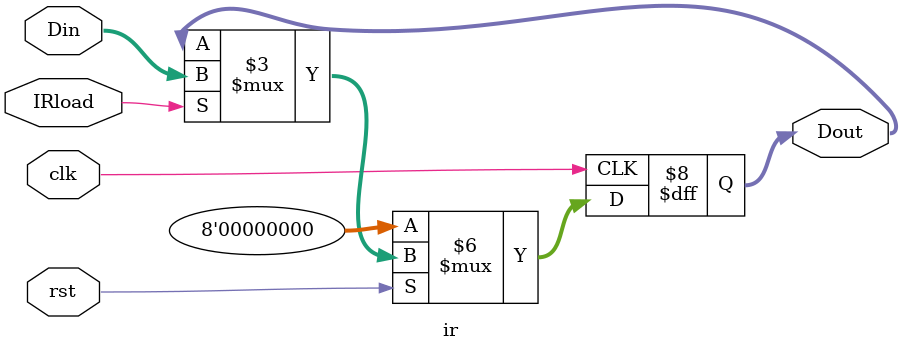
<source format=v>

module ir(Din, clk, rst, IRload, Dout);

input [7:0] Din;
input clk, rst, IRload;

output [7:0] Dout;
reg [7:0] Dout;

always @ (negedge clk) begin
	if(!rst)
        Dout <= 0;
	else if(IRload)
        Dout <= Din;
end

endmodule
</source>
